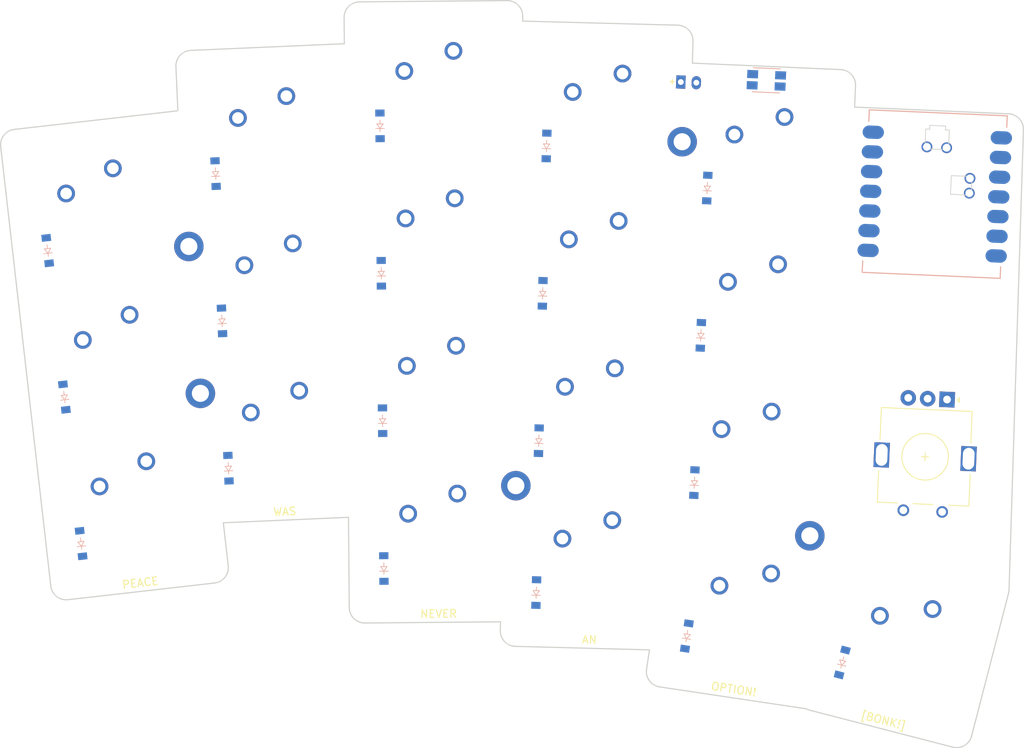
<source format=kicad_pcb>
(kicad_pcb (version 20221018) (generator pcbnew)
  (title_block (title "goose") (rev "v1.0.0") (company "Unknown"))
  (layers (0 "F.Cu" signal) (31 "B.Cu" signal) (34 "B.Paste" user) (35 "F.Paste" user) (36 "B.SilkS" user "B.Silkscreen") (37 "F.SilkS" user "F.Silkscreen") (38 "B.Mask" user) (39 "F.Mask" user) (44 "Edge.Cuts" user))
  (net 0 "")
  (net 1 "C0")
  (net 2 "C0_R2")
  (net 3 "C0_R1")
  (net 4 "C0_R0")
  (net 5 "C1")
  (net 6 "C1_R2")
  (net 7 "C1_R1")
  (net 8 "C1_R0")
  (net 9 "C2")
  (net 10 "C2_R2")
  (net 11 "C2_R1")
  (net 12 "C2_R0")
  (net 13 "C3")
  (net 14 "C3_R2")
  (net 15 "C3_R1")
  (net 16 "C3_R0")
  (net 17 "C4")
  (net 18 "C4_R2")
  (net 19 "C4_R1")
  (net 20 "C4_R0")
  (net 21 "C1_R3")
  (net 22 "C2_R3")
  (net 23 "C3_R3")
  (net 24 "C4_R3")
  (net 25 "R2")
  (net 26 "R1")
  (net 27 "R0")
  (net 28 "R3")
  (net 29 "P0")
  (net 30 "P1")
  (net 31 "P2")
  (net 32 "P3")
  (net 33 "P4")
  (net 34 "P5")
  (net 35 "P6")
  (net 36 "P7")
  (net 37 "P8")
  (net 38 "P9")
  (net 39 "P10")
  (net 40 "RAW3V3")
  (net 41 "GND")
  (net 42 "RAW5V")
  (net 43 "BAT+")
  (net 44 "BAT-")
  (net 45 "RST")
  (footprint "rotary_encoder" (layer "F.Cu") (at 282.063697 159.408571 -92.5)
    (fp_text reference "ROT1" hide)
    (fp_text value "")
    (fp_line (start -7.92 -4.14) (end -7.32 -4.14) (stroke (width 0.12)) (layer "F.SilkS"))
    (fp_line (start -7.62 -3.84) (end -7.92 -4.14) (stroke (width 0.12)) (layer "F.SilkS"))
    (fp_line (start -7.32 -4.14) (end -7.62 -3.84) (stroke (width 0.12)) (layer "F.SilkS"))
    (fp_line (start -6.22 -5.84) (end -6.22 5.86) (stroke (width 0.12)) (layer "F.SilkS"))
    (fp_line (start -2.12 -5.84) (end -6.22 -5.84) (stroke (width 0.12)) (layer "F.SilkS"))
    (fp_line (start -2.12 5.86) (end -6.22 5.86) (stroke (width 0.12)) (layer "F.SilkS"))
    (fp_line (start -0.62 -0.04) (end 0.38 -0.04) (stroke (width 0.12)) (layer "F.SilkS"))
    (fp_line (start -0.12 -0.54) (end -0.12 0.46) (stroke (width 0.12)) (layer "F.SilkS"))
    (fp_line (start 1.88 -5.94) (end 5.98 -5.94) (stroke (width 0.12)) (layer "F.SilkS"))
    (fp_line (start 5.98 -5.94) (end 5.98 -3.34) (stroke (width 0.12)) (layer "F.SilkS"))
    (fp_line (start 5.98 -1.34) (end 5.98 1.26) (stroke (width 0.12)) (layer "F.SilkS"))
    (fp_line (start 5.98 3.26) (end 5.98 5.86) (stroke (width 0.12)) (layer "F.SilkS"))
    (fp_line (start 5.98 5.86) (end 1.88 5.86) (stroke (width 0.12)) (layer "F.SilkS"))
    (fp_circle (center -0.12 -0.04) (end 2.88 -0.04) (stroke (width 0.12)) (fill none) (layer "F.SilkS"))
    (pad "" thru_hole rect (at -0.12 -5.64 267.5) (size 3.2 2) (drill oval 2.8 1.5) (layers "*.Cu" "*.Mask"))
    (pad "" thru_hole rect (at -0.12 5.56 267.5) (size 3.2 2) (drill oval 2.8 1.5) (layers "*.Cu" "*.Mask"))
    (pad "1" thru_hole circle (at 6.88 -2.54) (size 1.5 1.5) (drill 1) (layers "*.Cu" "*.Mask"))
    (pad "2" thru_hole circle (at 6.88 2.46) (size 1.5 1.5) (drill 1) (layers "*.Cu" "*.Mask"))
    (pad "A" thru_hole rect (at -7.62 -2.54 267.5) (size 2 2) (drill 1) (layers "*.Cu" "*.Mask") (net 38 "P9"))
    (pad "B" thru_hole circle (at -7.62 2.46) (size 2 2) (drill 1) (layers "*.Cu" "*.Mask") (net 39 "P10"))
    (pad "C" thru_hole circle (at -7.62 -0.04) (size 2 2) (drill 1) (layers "*.Cu" "*.Mask") (net 41 "GND"))
  )
  (footprint "mounting_hole" (layer "F.Cu") (at 187.286472 132.182973 4.5)
    (fp_text reference "H1" hide)
    (fp_text value "" (at 0 0 4.5) (layer "F.SilkS") (effects (font (size 1.27 1.27))))
    (pad "" thru_hole circle (at 0 0 180) (size 3.8 3.8) (drill 2.2) (layers "*.Cu" "*.Mask"))
  )
  (footprint "MX" (layer "F.Cu") (at 240.46766 114.911787 -1.5)
    (fp_text reference "S12" hide)
    (fp_text value "" hide)
    (pad "" np_thru_hole circle (at -5.08 0) (size 1.7018 1.7018) (drill 1.7018) (layers "*.Cu" "*.Mask"))
    (pad "" np_thru_hole circle (at 0 0) (size 3.9878 3.9878) (drill 3.9878) (layers "*.Cu" "*.Mask"))
    (pad "" np_thru_hole circle (at 5.08 0) (size 1.7018 1.7018) (drill 1.7018) (layers "*.Cu" "*.Mask"))
    (pad "1" thru_hole circle (at 2.54 -5.08) (size 2.286 2.286) (drill 1.4986) (layers "*.Cu" "*.Mask") (net 13 "C3"))
    (pad "2" thru_hole circle (at -3.81 -2.54) (size 2.286 2.286) (drill 1.4986) (layers "*.Cu" "*.Mask") (net 16 "C3_R0"))
  )
  (footprint "sw_reset_side" (layer "F.Cu") (at 261.665756 110.772534 87.5)
    (fp_text reference "SW1" hide)
    (fp_text value "" (at 0 0 87.5) (layer "F.SilkS") (effects (font (size 1.27 1.27))))
    (fp_line (start -1.55 -1.75) (end -1.55 1.75) (stroke (width 0.12)) (layer "B.SilkS"))
    (fp_line (start 1.55 1.75) (end 1.55 -1.75) (stroke (width 0.12)) (layer "B.SilkS"))
    (pad "1" smd rect (at -0.72 -1.8 357.5) (size 1.4 1.05) (layers "B.Cu" "B.Paste" "B.Mask") (net 41 "GND"))
    (pad "1" smd rect (at -0.72 1.8 357.5) (size 1.4 1.05) (layers "B.Cu" "B.Paste" "B.Mask") (net 41 "GND"))
    (pad "2" smd rect (at 0.72 -1.8 357.5) (size 1.4 1.05) (layers "B.Cu" "B.Paste" "B.Mask") (net 45 "RST"))
    (pad "2" smd rect (at 0.72 1.8 357.5) (size 1.4 1.05) (layers "B.Cu" "B.Paste" "B.Mask") (net 45 "RST"))
  )
  (footprint "MX" (layer "F.Cu") (at 177.706629 146.323628 6.5)
    (fp_text reference "S2" hide)
    (fp_text value "" hide)
    (pad "" np_thru_hole circle (at -5.08 0) (size 1.7018 1.7018) (drill 1.7018) (layers "*.Cu" "*.Mask"))
    (pad "" np_thru_hole circle (at 0 0) (size 3.9878 3.9878) (drill 3.9878) (layers "*.Cu" "*.Mask"))
    (pad "" np_thru_hole circle (at 5.08 0) (size 1.7018 1.7018) (drill 1.7018) (layers "*.Cu" "*.Mask"))
    (pad "1" thru_hole circle (at 2.54 -5.08) (size 2.286 2.286) (drill 1.4986) (layers "*.Cu" "*.Mask") (net 1 "C0"))
    (pad "2" thru_hole circle (at -3.81 -2.54) (size 2.286 2.286) (drill 1.4986) (layers "*.Cu" "*.Mask") (net 3 "C0_R1"))
  )
  (footprint "MX" (layer "F.Cu") (at 175.555768 127.445763 6.5)
    (fp_text reference "S3" hide)
    (fp_text value "" hide)
    (pad "" np_thru_hole circle (at -5.08 0) (size 1.7018 1.7018) (drill 1.7018) (layers "*.Cu" "*.Mask"))
    (pad "" np_thru_hole circle (at 0 0) (size 3.9878 3.9878) (drill 3.9878) (layers "*.Cu" "*.Mask"))
    (pad "" np_thru_hole circle (at 5.08 0) (size 1.7018 1.7018) (drill 1.7018) (layers "*.Cu" "*.Mask"))
    (pad "1" thru_hole circle (at 2.54 -5.08) (size 2.286 2.286) (drill 1.4986) (layers "*.Cu" "*.Mask") (net 1 "C0"))
    (pad "2" thru_hole circle (at -3.81 -2.54) (size 2.286 2.286) (drill 1.4986) (layers "*.Cu" "*.Mask") (net 4 "C0_R0"))
  )
  (footprint "MX" (layer "F.Cu") (at 199.184897 155.954125 2.5)
    (fp_text reference "S4" hide)
    (fp_text value "" hide)
    (pad "" np_thru_hole circle (at -5.08 0) (size 1.7018 1.7018) (drill 1.7018) (layers "*.Cu" "*.Mask"))
    (pad "" np_thru_hole circle (at 0 0) (size 3.9878 3.9878) (drill 3.9878) (layers "*.Cu" "*.Mask"))
    (pad "" np_thru_hole circle (at 5.08 0) (size 1.7018 1.7018) (drill 1.7018) (layers "*.Cu" "*.Mask"))
    (pad "1" thru_hole circle (at 2.54 -5.08) (size 2.286 2.286) (drill 1.4986) (layers "*.Cu" "*.Mask") (net 5 "C1"))
    (pad "2" thru_hole circle (at -3.81 -2.54) (size 2.286 2.286) (drill 1.4986) (layers "*.Cu" "*.Mask") (net 6 "C1_R2"))
  )
  (footprint "MX" (layer "F.Cu") (at 259.012448 178.973521 -8.5)
    (fp_text reference "S18" hide)
    (fp_text value "" hide)
    (pad "" np_thru_hole circle (at -5.08 0) (size 1.7018 1.7018) (drill 1.7018) (layers "*.Cu" "*.Mask"))
    (pad "" np_thru_hole circle (at 0 0) (size 3.9878 3.9878) (drill 3.9878) (layers "*.Cu" "*.Mask"))
    (pad "" np_thru_hole circle (at 5.08 0) (size 1.7018 1.7018) (drill 1.7018) (layers "*.Cu" "*.Mask"))
    (pad "1" thru_hole circle (at 2.54 -5.08) (size 2.286 2.286) (drill 1.4986) (layers "*.Cu" "*.Mask") (net 13 "C3"))
    (pad "2" thru_hole circle (at -3.81 -2.54) (size 2.286 2.286) (drill 1.4986) (layers "*.Cu" "*.Mask") (net 23 "C3_R3"))
  )
  (footprint "MX" (layer "F.Cu") (at 218.865919 112.077038 0.5)
    (fp_text reference "S9" hide)
    (fp_text value "" hide)
    (pad "" np_thru_hole circle (at -5.08 0) (size 1.7018 1.7018) (drill 1.7018) (layers "*.Cu" "*.Mask"))
    (pad "" np_thru_hole circle (at 0 0) (size 3.9878 3.9878) (drill 3.9878) (layers "*.Cu" "*.Mask"))
    (pad "" np_thru_hole circle (at 5.08 0) (size 1.7018 1.7018) (drill 1.7018) (layers "*.Cu" "*.Mask"))
    (pad "1" thru_hole circle (at 2.54 -5.08) (size 2.286 2.286) (drill 1.4986) (layers "*.Cu" "*.Mask") (net 9 "C2"))
    (pad "2" thru_hole circle (at -3.81 -2.54) (size 2.286 2.286) (drill 1.4986) (layers "*.Cu" "*.Mask") (net 12 "C2_R0"))
  )
  (footprint "MX" (layer "F.Cu") (at 197.527361 117.990293 2.5)
    (fp_text reference "S6" hide)
    (fp_text value "" hide)
    (pad "" np_thru_hole circle (at -5.08 0) (size 1.7018 1.7018) (drill 1.7018) (layers "*.Cu" "*.Mask"))
    (pad "" np_thru_hole circle (at 0 0) (size 3.9878 3.9878) (drill 3.9878) (layers "*.Cu" "*.Mask"))
    (pad "" np_thru_hole circle (at 5.08 0) (size 1.7018 1.7018) (drill 1.7018) (layers "*.Cu" "*.Mask"))
    (pad "1" thru_hole circle (at 2.54 -5.08) (size 2.286 2.286) (drill 1.4986) (layers "*.Cu" "*.Mask") (net 5 "C1"))
    (pad "2" thru_hole circle (at -3.81 -2.54) (size 2.286 2.286) (drill 1.4986) (layers "*.Cu" "*.Mask") (net 8 "C1_R0"))
  )
  (footprint "MX" (layer "F.Cu") (at 279.340197 183.192611 -14.5)
    (fp_text reference "S19" hide)
    (fp_text value "" hide)
    (pad "" np_thru_hole circle (at -5.08 0) (size 1.7018 1.7018) (drill 1.7018) (layers "*.Cu" "*.Mask"))
    (pad "" np_thru_hole circle (at 0 0) (size 3.9878 3.9878) (drill 3.9878) (layers "*.Cu" "*.Mask"))
    (pad "" np_thru_hole circle (at 5.08 0) (size 1.7018 1.7018) (drill 1.7018) (layers "*.Cu" "*.Mask"))
    (pad "1" thru_hole circle (at 2.54 -5.08) (size 2.286 2.286) (drill 1.4986) (layers "*.Cu" "*.Mask") (net 17 "C4"))
    (pad "2" thru_hole circle (at -3.81 -2.54) (size 2.286 2.286) (drill 1.4986) (layers "*.Cu" "*.Mask") (net 24 "C4_R3"))
  )
  (footprint "BatteryPad" (layer "F.Cu") (at 251.644741 111.035674 -2.5)
    (fp_text reference "BAT1" hide)
    (fp_text value "" hide)
    (fp_line (start -2.1 -0.25) (end -2.1 0.25) (stroke (width 0.15)) (layer "F.SilkS"))
    (fp_line (start -1.85 0) (end -2.35 0) (stroke (width 0.15)) (layer "F.SilkS"))
    (pad "1" thru_hole rect (at -1 0 357.5) (size 1.2 1.7) (drill 0.75) (layers "*.Cu" "*.Mask") (net 43 "BAT+"))
    (pad "2" thru_hole oval (at 1 0 357.5) (size 1.2 1.7) (drill 0.75) (layers "*.Cu" "*.Mask") (net 41 "GND"))
  )
  (footprint "MX" (layer "F.Cu") (at 239.472936 152.898765 -1.5)
    (fp_text reference "S10" hide)
    (fp_text value "" hide)
    (pad "" np_thru_hole circle (at -5.08 0) (size 1.7018 1.7018) (drill 1.7018) (layers "*.Cu" "*.Mask"))
    (pad "" np_thru_hole circle (at 0 0) (size 3.9878 3.9878) (drill 3.9878) (layers "*.Cu" "*.Mask"))
    (pad "" np_thru_hole circle (at 5.08 0) (size 1.7018 1.7018) (drill 1.7018) (layers "*.Cu" "*.Mask"))
    (pad "1" thru_hole circle (at 2.54 -5.08) (size 2.286 2.286) (drill 1.4986) (layers "*.Cu" "*.Mask") (net 13 "C3"))
    (pad "2" thru_hole circle (at -3.81 -2.54) (size 2.286 2.286) (drill 1.4986) (layers "*.Cu" "*.Mask") (net 14 "C3_R2"))
  )
  (footprint "mounting_hole" (layer "F.Cu") (at 250.820254 118.686935 -2)
    (fp_text reference "H3" hide)
    (fp_text value "" (at 0 0 -2) (layer "F.SilkS") (effects (font (size 1.27 1.27))))
    (pad "" thru_hole circle (at 0 0 180) (size 3.8 3.8) (drill 2.2) (layers "*.Cu" "*.Mask"))
  )
  (footprint "MX" (layer "F.Cu") (at 259.585111 158.427135 -2.5)
    (fp_text reference "S13" hide)
    (fp_text value "" hide)
    (pad "" np_thru_hole circle (at -5.08 0) (size 1.7018 1.7018) (drill 1.7018) (layers "*.Cu" "*.Mask"))
    (pad "" np_thru_hole circle (at 0 0) (size 3.9878 3.9878) (drill 3.9878) (layers "*.Cu" "*.Mask"))
    (pad "" np_thru_hole circle (at 5.08 0) (size 1.7018 1.7018) (drill 1.7018) (layers "*.Cu" "*.Mask"))
    (pad "1" thru_hole circle (at 2.54 -5.08) (size 2.286 2.286) (drill 1.4986) (layers "*.Cu" "*.Mask") (net 17 "C4"))
    (pad "2" thru_hole circle (at -3.81 -2.54) (size 2.286 2.286) (drill 1.4986) (layers "*.Cu" "*.Mask") (net 18 "C4_R2"))
  )
  (footprint "MX" (layer "F.Cu") (at 198.356129 136.972209 2.5)
    (fp_text reference "S5" hide)
    (fp_text value "" hide)
    (pad "" np_thru_hole circle (at -5.08 0) (size 1.7018 1.7018) (drill 1.7018) (layers "*.Cu" "*.Mask"))
    (pad "" np_thru_hole circle (at 0 0) (size 3.9878 3.9878) (drill 3.9878) (layers "*.Cu" "*.Mask"))
    (pad "" np_thru_hole circle (at 5.08 0) (size 1.7018 1.7018) (drill 1.7018) (layers "*.Cu" "*.Mask"))
    (pad "1" thru_hole circle (at 2.54 -5.08) (size 2.286 2.286) (drill 1.4986) (layers "*.Cu" "*.Mask") (net 5 "C1"))
    (pad "2" thru_hole circle (at -3.81 -2.54) (size 2.286 2.286) (drill 1.4986) (layers "*.Cu" "*.Mask") (net 7 "C1_R1"))
  )
  (footprint "MX" (layer "F.Cu") (at 219.031723 131.076315 0.5)
    (fp_text reference "S8" hide)
    (fp_text value "" hide)
    (pad "" np_thru_hole circle (at -5.08 0) (size 1.7018 1.7018) (drill 1.7018) (layers "*.Cu" "*.Mask"))
    (pad "" np_thru_hole circle (at 0 0) (size 3.9878 3.9878) (drill 3.9878) (layers "*.Cu" "*.Mask"))
    (pad "" np_thru_hole circle (at 5.08 0) (size 1.7018 1.7018) (drill 1.7018) (layers "*.Cu" "*.Mask"))
    (pad "1" thru_hole circle (at 2.54 -5.08) (size 2.286 2.286) (drill 1.4986) (layers "*.Cu" "*.Mask") (net 9 "C2"))
    (pad "2" thru_hole circle (at -3.81 -2.54) (size 2.286 2.286) (drill 1.4986) (layers "*.Cu" "*.Mask") (net 11 "C2_R1"))
  )
  (footprint "MX" (layer "F.Cu") (at 179.85749 165.201493 6.5)
    (fp_text reference "S1" hide)
    (fp_text value "" hide)
    (pad "" np_thru_hole circle (at -5.08 0) (size 1.7018 1.7018) (drill 1.7018) (layers "*.Cu" "*.Mask"))
    (pad "" np_thru_hole circle (at 0 0) (size 3.9878 3.9878) (drill 3.9878) (layers "*.Cu" "*.Mask"))
    (pad "" np_thru_hole circle (at 5.08 0) (size 1.7018 1.7018) (drill 1.7018) (layers "*.Cu" "*.Mask"))
    (pad "1" thru_hole circle (at 2.54 -5.08) (size 2.286 2.286) (drill 1.4986) (layers "*.Cu" "*.Mask") (net 1 "C0"))
    (pad "2" thru_hole circle (at -3.81 -2.54) (size 2.286 2.286) (drill 1.4986) (layers "*.Cu" "*.Mask") (net 2 "C0_R2"))
  )
  (footprint "MX" (layer "F.Cu") (at 239.143406 172.469835 -1.5)
    (fp_text reference "S17" hide)
    (fp_text value "" hide)
    (pad "" np_thru_hole circle (at -5.08 0) (size 1.7018 1.7018) (drill 1.7018) (layers "*.Cu" "*.Mask"))
    (pad "" np_thru_hole circle (at 0 0) (size 3.9878 3.9878) (drill 3.9878) (layers "*.Cu" "*.Mask"))
    (pad "" np_thru_hole circle (at 5.08 0) (size 1.7018 1.7018) (drill 1.7018) (layers "*.Cu" "*.Mask"))
    (pad "1" thru_hole circle (at 2.54 -5.08) (size 2.286 2.286) (drill 1.4986) (layers "*.Cu" "*.Mask") (net 9 "C2"))
    (pad "2" thru_hole circle (at -3.81 -2.54) (size 2.286 2.286) (drill 1.4986) (layers "*.Cu" "*.Mask") (net 22 "C2_R3"))
  )
  (footprint "mounting_hole" (layer "F.Cu") (at 188.776286 151.112864 4.5)
    (fp_text reference "H2" hide)
    (fp_text value "" (at 0 0 4.5) (layer "F.SilkS") (effects (font (size 1.27 1.27))))
    (pad "" thru_hole circle (at 0 0 180) (size 3.8 3.8) (drill 2.2) (layers "*.Cu" "*.Mask"))
  )
  (footprint "MX" (layer "F.Cu") (at 239.970298 133.905276 -1.5)
    (fp_text reference "S11" hide)
    (fp_text value "" hide)
    (pad "" np_thru_hole circle (at -5.08 0) (size 1.7018 1.7018) (drill 1.7018) (layers "*.Cu" "*.Mask"))
    (pad "" np_thru_hole circle (at 0 0) (size 3.9878 3.9878) (drill 3.9878) (layers "*.Cu" "*.Mask"))
    (pad "" np_thru_hole circle (at 5.08 0) (size 1.7018 1.7018) (drill 1.7018) (layers "*.Cu" "*.Mask"))
    (pad "1" thru_hole circle (at 2.54 -5.08) (size 2.286 2.286) (drill 1.4986) (layers "*.Cu" "*.Mask") (net 13 "C3"))
    (pad "2" thru_hole circle (at -3.81 -2.54) (size 2.286 2.286) (drill 1.4986) (layers "*.Cu" "*.Mask") (net 15 "C3_R1"))
  )
  (footprint "mounting_hole" (layer "F.Cu") (at 229.400898 163.011739 -0.5)
    (fp_text reference "H4" hide)
    (fp_text value "" (at 0 0 -0.5) (layer "F.SilkS") (effects (font (size 1.27 1.27))))
    (pad "" thru_hole circle (at 0 0 180) (size 3.8 3.8) (drill 2.2) (layers "*.Cu" "*.Mask"))
  )
  (footprint "MX" (layer "F.Cu") (at 260.41388 139.445218 -2.5)
    (fp_text reference "S14" hide)
    (fp_text value "" hide)
    (pad "" np_thru_hole circle (at -5.08 0) (size 1.7018 1.7018) (drill 1.7018) (layers "*.Cu" "*.Mask"))
    (pad "" np_thru_hole circle (at 0 0) (size 3.9878 3.9878) (drill 3.9878) (layers "*.Cu" "*.Mask"))
    (pad "" np_thru_hole circle (at 5.08 0) (size 1.7018 1.7018) (drill 1.7018) (layers "*.Cu" "*.Mask"))
    (pad "1" thru_hole circle (at 2.54 -5.08) (size 2.286 2.286) (drill 1.4986) (layers "*.Cu" "*.Mask") (net 17 "C4"))
    (pad "2" thru_hole circle (at -3.81 -2.54) (size 2.286 2.286) (drill 1.4986) (layers "*.Cu" "*.Mask") (net 19 "C4_R1"))
  )
  (footprint "MX" (layer "F.Cu") (at 219.363768 169.124866 0.5)
    (fp_text reference "S16" hide)
    (fp_text value "" hide)
    (pad "" np_thru_hole circle (at -5.08 0) (size 1.7018 1.7018) (drill 1.7018) (layers "*.Cu" "*.Mask"))
    (pad "" np_thru_hole circle (at 0 0) (size 3.9878 3.9878) (drill 3.9878) (layers "*.Cu" "*.Mask"))
    (pad "" np_thru_hole circle (at 5.08 0) (size 1.7018 1.7018) (drill 1.7018) (layers "*.Cu" "*.Mask"))
    (pad "1" thru_hole circle (at 2.54 -5.08) (size 2.286 2.286) (drill 1.4986) (layers "*.Cu" "*.Mask") (net 5 "C1"))
    (pad "2" thru_hole circle (at -3.81 -2.54) (size 2.286 2.286) (drill 1.4986) (layers "*.Cu" "*.Mask") (net 21 "C1_R3"))
  )
  (footprint "MX" (layer "F.Cu") (at 219.197527 150.075591 0.5)
    (fp_text reference "S7" hide)
    (fp_text value "" hide)
    (pad "" np_thru_hole circle (at -5.08 0) (size 1.7018 1.7018) (drill 1.7018) (layers "*.Cu" "*.Mask"))
    (pad "" np_thru_hole circle (at 0 0) (size 3.9878 3.9878) (drill 3.9878) (layers "*.Cu" "*.Mask"))
    (pad "" np_thru_hole circle (at 5.08 0) (size 1.7018 1.7018) (drill 1.7018) (layers "*.Cu" "*.Mask"))
    (pad "1" thru_hole circle (at 2.54 -5.08) (size 2.286 2.286) (drill 1.4986) (layers "*.Cu" "*.Mask") (net 9 "C2"))
    (pad "2" thru_hole circle (at -3.81 -2.54) (size 2.286 2.286) (drill 1.4986) (layers "*.Cu" "*.Mask") (net 10 "C2_R2"))
  )
  (footprint "mounting_hole" (layer "F.Cu") (at 267.261949 169.467094 -5.5)
    (fp_text reference "H5" hide)
    (fp_text value "" (at 0 0 -5.5) (layer "F.SilkS") (effects (font (size 1.27 1.27))))
    (pad "" thru_hole circle (at 0 0 180) (size 3.8 3.8) (drill 2.2) (layers "*.Cu" "*.Mask"))
  )
  (footprint "MX" (layer "F.Cu") (at 261.242648 120.463302 -2.5)
    (fp_text reference "S15" hide)
    (fp_text value "" hide)
    (pad "" np_thru_hole circle (at -5.08 0) (size 1.7018 1.7018) (drill 1.7018) (layers "*.Cu" "*.Mask"))
    (pad "" np_thru_hole circle (at 0 0) (size 3.9878 3.9878) (drill 3.9878) (layers "*.Cu" "*.Mask"))
    (pad "" np_thru_hole circle (at 5.08 0) (size 1.7018 1.7018) (drill 1.7018) (layers "*.Cu" "*.Mask"))
    (pad "1" thru_hole circle (at 2.54 -5.08) (size 2.286 2.286) (drill 1.4986) (layers "*.Cu" "*.Mask") (net 17 "C4"))
    (pad "2" thru_hole circle (at -3.81 -2.54) (size 2.286 2.286) (drill 1.4986) (layers "*.Cu" "*.Mask") (net 20 "C4_R0"))
  )
  (footprint "Diode_SMD:D_SOD-123" (layer "B.Cu") (at 211.905455 116.637953 90.5)
    (fp_text reference "D9" hide)
    (fp_text value "" hide)
    (fp_line (start -0.75 0) (end -0.35 0) (stroke (width 0.1)) (layer "B.SilkS"))
    (fp_line (start -0.35 0) (end -0.35 -0.55) (stroke (width 0.1)) (layer "B.SilkS"))
    (fp_line (start -0.35 0) (end -0.35 0.55) (stroke (width 0.1)) (layer "B.SilkS"))
    (fp_line (start -0.35 0) (end 0.25 -0.4) (stroke (width 0.1)) (layer "B.SilkS"))
    (fp_line (start 0.25 -0.4) (end 0.25 0.4) (stroke (width 0.1)) (layer "B.SilkS"))
    (fp_line (start 0.25 0) (end 0.75 0) (stroke (width 0.1)) (layer "B.SilkS"))
    (fp_line (start 0.25 0.4) (end -0.35 0) (stroke (width 0.1)) (layer "B.SilkS"))
    (pad "1" smd rect (at -1.65 0 90.5) (size 0.9 1.2) (layers "B.Cu" "B.Paste" "B.Mask") (net 27 "R0"))
    (pad "2" smd rect (at 1.65 0 90.5) (size 0.9 1.2) (layers "B.Cu" "B.Paste" "B.Mask") (net 12 "C2_R0"))
  )
  (footprint "Diode_SMD:D_SOD-123" (layer "B.Cu") (at 212.237063 154.636506 90.5)
    (fp_text reference "D7" hide)
    (fp_text value "" hide)
    (fp_line (start -0.75 0) (end -0.35 0) (stroke (width 0.1)) (layer "B.SilkS"))
    (fp_line (start -0.35 0) (end -0.35 -0.55) (stroke (width 0.1)) (layer "B.SilkS"))
    (fp_line (start -0.35 0) (end -0.35 0.55) (stroke (width 0.1)) (layer "B.SilkS"))
    (fp_line (start -0.35 0) (end 0.25 -0.4) (stroke (width 0.1)) (layer "B.SilkS"))
    (fp_line (start 0.25 -0.4) (end 0.25 0.4) (stroke (width 0.1)) (layer "B.SilkS"))
    (fp_line (start 0.25 0) (end 0.75 0) (stroke (width 0.1)) (layer "B.SilkS"))
    (fp_line (start 0.25 0.4) (end -0.35 0) (stroke (width 0.1)) (layer "B.SilkS"))
    (pad "1" smd rect (at -1.65 0 90.5) (size 0.9 1.2) (layers "B.Cu" "B.Paste" "B.Mask") (net 25 "R2"))
    (pad "2" smd rect (at 1.65 0 90.5) (size 0.9 1.2) (layers "B.Cu" "B.Paste" "B.Mask") (net 10 "C2_R2"))
  )
  (footprint "Diode_SMD:D_SOD-123" (layer "B.Cu") (at 232.028009 176.785055 88.5)
    (fp_text reference "D17" hide)
    (fp_text value "" hide)
    (fp_line (start -0.75 0) (end -0.35 0) (stroke (width 0.1)) (layer "B.SilkS"))
    (fp_line (start -0.35 0) (end -0.35 -0.55) (stroke (width 0.1)) (layer "B.SilkS"))
    (fp_line (start -0.35 0) (end -0.35 0.55) (stroke (width 0.1)) (layer "B.SilkS"))
    (fp_line (start -0.35 0) (end 0.25 -0.4) (stroke (width 0.1)) (layer "B.SilkS"))
    (fp_line (start 0.25 -0.4) (end 0.25 0.4) (stroke (width 0.1)) (layer "B.SilkS"))
    (fp_line (start 0.25 0) (end 0.75 0) (stroke (width 0.1)) (layer "B.SilkS"))
    (fp_line (start 0.25 0.4) (end -0.35 0) (stroke (width 0.1)) (layer "B.SilkS"))
    (pad "1" smd rect (at -1.65 0 88.5) (size 0.9 1.2) (layers "B.Cu" "B.Paste" "B.Mask") (net 28 "R3"))
    (pad "2" smd rect (at 1.65 0 88.5) (size 0.9 1.2) (layers "B.Cu" "B.Paste" "B.Mask") (net 22 "C2_R3"))
  )
  (footprint "Diode_SMD:D_SOD-123" (layer "B.Cu") (at 171.26104 151.587124 96.5)
    (fp_text reference "D2" hide)
    (fp_text value "" hide)
    (fp_line (start -0.75 0) (end -0.35 0) (stroke (width 0.1)) (layer "B.SilkS"))
    (fp_line (start -0.35 0) (end -0.35 -0.55) (stroke (width 0.1)) (layer "B.SilkS"))
    (fp_line (start -0.35 0) (end -0.35 0.55) (stroke (width 0.1)) (layer "B.SilkS"))
    (fp_line (start -0.35 0) (end 0.25 -0.4) (stroke (width 0.1)) (layer "B.SilkS"))
    (fp_line (start 0.25 -0.4) (end 0.25 0.4) (stroke (width 0.1)) (layer "B.SilkS"))
    (fp_line (start 0.25 0) (end 0.75 0) (stroke (width 0.1)) (layer "B.SilkS"))
    (fp_line (start 0.25 0.4) (end -0.35 0) (stroke (width 0.1)) (layer "B.SilkS"))
    (pad "1" smd rect (at -1.65 0 96.5) (size 0.9 1.2) (layers "B.Cu" "B.Paste" "B.Mask") (net 26 "R1"))
    (pad "2" smd rect (at 1.65 0 96.5) (size 0.9 1.2) (layers "B.Cu" "B.Paste" "B.Mask") (net 3 "C0_R1"))
  )
  (footprint "Diode_SMD:D_SOD-123" (layer "B.Cu") (at 212.071259 135.637229 90.5)
    (fp_text reference "D8" hide)
    (fp_text value "" hide)
    (fp_line (start -0.75 0) (end -0.35 0) (stroke (width 0.1)) (layer "B.SilkS"))
    (fp_line (start -0.35 0) (end -0.35 -0.55) (stroke (width 0.1)) (layer "B.SilkS"))
    (fp_line (start -0.35 0) (end -0.35 0.55) (stroke (width 0.1)) (layer "B.SilkS"))
    (fp_line (start -0.35 0) (end 0.25 -0.4) (stroke (width 0.1)) (layer "B.SilkS"))
    (fp_line (start 0.25 -0.4) (end 0.25 0.4) (stroke (width 0.1)) (layer "B.SilkS"))
    (fp_line (start 0.25 0) (end 0.75 0) (stroke (width 0.1)) (layer "B.SilkS"))
    (fp_line (start 0.25 0.4) (end -0.35 0) (stroke (width 0.1)) (layer "B.SilkS"))
    (pad "1" smd rect (at -1.65 0 90.5) (size 0.9 1.2) (layers "B.Cu" "B.Paste" "B.Mask") (net 26 "R1"))
    (pad "2" smd rect (at 1.65 0 90.5) (size 0.9 1.2) (layers "B.Cu" "B.Paste" "B.Mask") (net 11 "C2_R1"))
  )
  (footprint "Diode_SMD:D_SOD-123" (layer "B.Cu") (at 232.357538 157.213984 88.5)
    (fp_text reference "D10" hide)
    (fp_text value "" hide)
    (fp_line (start -0.75 0) (end -0.35 0) (stroke (width 0.1)) (layer "B.SilkS"))
    (fp_line (start -0.35 0) (end -0.35 -0.55) (stroke (width 0.1)) (layer "B.SilkS"))
    (fp_line (start -0.35 0) (end -0.35 0.55) (stroke (width 0.1)) (layer "B.SilkS"))
    (fp_line (start -0.35 0) (end 0.25 -0.4) (stroke (width 0.1)) (layer "B.SilkS"))
    (fp_line (start 0.25 -0.4) (end 0.25 0.4) (stroke (width 0.1)) (layer "B.SilkS"))
    (fp_line (start 0.25 0) (end 0.75 0) (stroke (width 0.1)) (layer "B.SilkS"))
    (fp_line (start 0.25 0.4) (end -0.35 0) (stroke (width 0.1)) (layer "B.SilkS"))
    (pad "1" smd rect (at -1.65 0 88.5) (size 0.9 1.2) (layers "B.Cu" "B.Paste" "B.Mask") (net 25 "R2"))
    (pad "2" smd rect (at 1.65 0 88.5) (size 0.9 1.2) (layers "B.Cu" "B.Paste" "B.Mask") (net 14 "C3_R2"))
  )
  (footprint "Diode_SMD:D_SOD-123" (layer "B.Cu") (at 173.411901 170.464989 96.5)
    (fp_text reference "D1" hide)
    (fp_text value "" hide)
    (fp_line (start -0.75 0) (end -0.35 0) (stroke (width 0.1)) (layer "B.SilkS"))
    (fp_line (start -0.35 0) (end -0.35 -0.55) (stroke (width 0.1)) (layer "B.SilkS"))
    (fp_line (start -0.35 0) (end -0.35 0.55) (stroke (width 0.1)) (layer "B.SilkS"))
    (fp_line (start -0.35 0) (end 0.25 -0.4) (stroke (width 0.1)) (layer "B.SilkS"))
    (fp_line (start 0.25 -0.4) (end 0.25 0.4) (stroke (width 0.1)) (layer "B.SilkS"))
    (fp_line (start 0.25 0) (end 0.75 0) (stroke (width 0.1)) (layer "B.SilkS"))
    (fp_line (start 0.25 0.4) (end -0.35 0) (stroke (width 0.1)) (layer "B.SilkS"))
    (pad "1" smd rect (at -1.65 0 96.5) (size 0.9 1.2) (layers "B.Cu" "B.Paste" "B.Mask") (net 25 "R2"))
    (pad "2" smd rect (at 1.65 0 96.5) (size 0.9 1.2) (layers "B.Cu" "B.Paste" "B.Mask") (net 2 "C0_R2"))
  )
  (footprint "Diode_SMD:D_SOD-123" (layer "B.Cu") (at 253.224255 143.6356 87.5)
    (fp_text reference "D14" hide)
    (fp_text value "" hide)
    (fp_line (start -0.75 0) (end -0.35 0) (stroke (width 0.1)) (layer "B.SilkS"))
    (fp_line (start -0.35 0) (end -0.35 -0.55) (stroke (width 0.1)) (layer "B.SilkS"))
    (fp_line (start -0.35 0) (end -0.35 0.55) (stroke (width 0.1)) (layer "B.SilkS"))
    (fp_line (start -0.35 0) (end 0.25 -0.4) (stroke (width 0.1)) (layer "B.SilkS"))
    (fp_line (start 0.25 -0.4) (end 0.25 0.4) (stroke (width 0.1)) (layer "B.SilkS"))
    (fp_line (start 0.25 0) (end 0.75 0) (stroke (width 0.1)) (layer "B.SilkS"))
    (fp_line (start 0.25 0.4) (end -0.35 0) (stroke (width 0.1)) (layer "B.SilkS"))
    (pad "1" smd rect (at -1.65 0 87.5) (size 0.9 1.2) (layers "B.Cu" "B.Paste" "B.Mask") (net 26 "R1"))
    (pad "2" smd rect (at 1.65 0 87.5) (size 0.9 1.2) (layers "B.Cu" "B.Paste" "B.Mask") (net 19 "C4_R1"))
  )
  (footprint "Diode_SMD:D_SOD-123" (layer "B.Cu") (at 233.352262 119.227006 88.5)
    (fp_text reference "D12" hide)
    (fp_text value "" hide)
    (fp_line (start -0.75 0) (end -0.35 0) (stroke (width 0.1)) (layer "B.SilkS"))
    (fp_line (start -0.35 0) (end -0.35 -0.55) (stroke (width 0.1)) (layer "B.SilkS"))
    (fp_line (start -0.35 0) (end -0.35 0.55) (stroke (width 0.1)) (layer "B.SilkS"))
    (fp_line (start -0.35 0) (end 0.25 -0.4) (stroke (width 0.1)) (layer "B.SilkS"))
    (fp_line (start 0.25 -0.4) (end 0.25 0.4) (stroke (width 0.1)) (layer "B.SilkS"))
    (fp_line (start 0.25 0) (end 0.75 0) (stroke (width 0.1)) (layer "B.SilkS"))
    (fp_line (start 0.25 0.4) (end -0.35 0) (stroke (width 0.1)) (layer "B.SilkS"))
    (pad "1" smd rect (at -1.65 0 88.5) (size 0.9 1.2) (layers "B.Cu" "B.Paste" "B.Mask") (net 27 "R0"))
    (pad "2" smd rect (at 1.65 0 88.5) (size 0.9 1.2) (layers "B.Cu" "B.Paste" "B.Mask") (net 16 "C3_R0"))
  )
  (footprint "Diode_SMD:D_SOD-123" (layer "B.Cu") (at 232.8549 138.220495 88.5)
    (fp_text reference "D11" hide)
    (fp_text value "" hide)
    (fp_line (start -0.75 0) (end -0.35 0) (stroke (width 0.1)) (layer "B.SilkS"))
    (fp_line (start -0.35 0) (end -0.35 -0.55) (stroke (width 0.1)) (layer "B.SilkS"))
    (fp_line (start -0.35 0) (end -0.35 0.55) (stroke (width 0.1)) (layer "B.SilkS"))
    (fp_line (start -0.35 0) (end 0.25 -0.4) (stroke (width 0.1)) (layer "B.SilkS"))
    (fp_line (start 0.25 -0.4) (end 0.25 0.4) (stroke (width 0.1)) (layer "B.SilkS"))
    (fp_line (start 0.25 0) (end 0.75 0) (stroke (width 0.1)) (layer "B.SilkS"))
    (fp_line (start 0.25 0.4) (end -0.35 0) (stroke (width 0.1)) (layer "B.SilkS"))
    (pad "1" smd rect (at -1.65 0 88.5) (size 0.9 1.2) (layers "B.Cu" "B.Paste" "B.Mask") (net 26 "R1"))
    (pad "2" smd rect (at 1.65 0 88.5) (size 0.9 1.2) (layers "B.Cu" "B.Paste" "B.Mask") (net 15 "C3_R1"))
  )
  (footprint "Diode_SMD:D_SOD-123" (layer "B.Cu") (at 271.436454 185.796615 75.5)
    (fp_text reference "D19" hide)
    (fp_text value "" hide)
    (fp_line (start -0.75 0) (end -0.35 0) (stroke (width 0.1)) (layer "B.SilkS"))
    (fp_line (start -0.35 0) (end -0.35 -0.55) (stroke (width 0.1)) (layer "B.SilkS"))
    (fp_line (start -0.35 0) (end -0.35 0.55) (stroke (width 0.1)) (layer "B.SilkS"))
    (fp_line (start -0.35 0) (end 0.25 -0.4) (stroke (width 0.1)) (layer "B.SilkS"))
    (fp_line (start 0.25 -0.4) (end 0.25 0.4) (stroke (width 0.1)) (layer "B.SilkS"))
    (fp_line (start 0.25 0) (end 0.75 0) (stroke (width 0.1)) (layer "B.SilkS"))
    (fp_line (start 0.25 0.4) (end -0.35 0) (stroke (width 0.1)) (layer "B.SilkS"))
    (pad "1" smd rect (at -1.65 0 75.5) (size 0.9 1.2) (layers "B.Cu" "B.Paste" "B.Mask") (net 28 "R3"))
    (pad "2" smd rect (at 1.65 0 75.5) (size 0.9 1.2) (layers "B.Cu" "B.Paste" "B.Mask") (net 24 "C4_R3"))
  )
  (footprint "Diode_SMD:D_SOD-123" (layer "B.Cu") (at 192.387847 160.755178 92.5)
    (fp_text reference "D4" hide)
    (fp_text value "" hide)
    (fp_line (start -0.75 0) (end -0.35 0) (stroke (width 0.1)) (layer "B.SilkS"))
    (fp_line (start -0.35 0) (end -0.35 -0.55) (stroke (width 0.1)) (layer "B.SilkS"))
    (fp_line (start -0.35 0) (end -0.35 0.55) (stroke (width 0.1)) (layer "B.SilkS"))
    (fp_line (start -0.35 0) (end 0.25 -0.4) (stroke (width 0.1)) (layer "B.SilkS"))
    (fp_line (start 0.25 -0.4) (end 0.25 0.4) (stroke (width 0.1)) (layer "B.SilkS"))
    (fp_line (start 0.25 0) (end 0.75 0) (stroke (width 0.1)) (layer "B.SilkS"))
    (fp_line (start 0.25 0.4) (end -0.35 0) (stroke (width 0.1)) (layer "B.SilkS"))
    (pad "1" smd rect (at -1.65 0 92.5) (size 0.9 1.2) (layers "B.Cu" "B.Paste" "B.Mask") (net 25 "R2"))
    (pad "2" smd rect (at 1.65 0 92.5) (size 0.9 1.2) (layers "B.Cu" "B.Paste" "B.Mask") (net 6 "C1_R2"))
  )
  (footprint "Diode_SMD:D_SOD-123" (layer "B.Cu") (at 190.73031 122.791345 92.5)
    (fp_text reference "D6" hide)
    (fp_text value "" hide)
    (fp_line (start -0.75 0) (end -0.35 0) (stroke (width 0.1)) (layer "B.SilkS"))
    (fp_line (start -0.35 0) (end -0.35 -0.55) (stroke (width 0.1)) (layer "B.SilkS"))
    (fp_line (start -0.35 0) (end -0.35 0.55) (stroke (width 0.1)) (layer "B.SilkS"))
    (fp_line (start -0.35 0) (end 0.25 -0.4) (stroke (width 0.1)) (layer "B.SilkS"))
    (fp_line (start 0.25 -0.4) (end 0.25 0.4) (stroke (width 0.1)) (layer "B.SilkS"))
    (fp_line (start 0.25 0) (end 0.75 0) (stroke (width 0.1)) (layer "B.SilkS"))
    (fp_line (start 0.25 0.4) (end -0.35 0) (stroke (width 0.1)) (layer "B.SilkS"))
    (pad "1" smd rect (at -1.65 0 92.5) (size 0.9 1.2) (layers "B.Cu" "B.Paste" "B.Mask") (net 27 "R0"))
    (pad "2" smd rect (at 1.65 0 92.5) (size 0.9 1.2) (layers "B.Cu" "B.Paste" "B.Mask") (net 8 "C1_R0"))
  )
  (footprint "Diode_SMD:D_SOD-123" (layer "B.Cu") (at 254.053023 124.653683 87.5)
    (fp_text reference "D15" hide)
    (fp_text value "" hide)
    (fp_line (start -0.75 0) (end -0.35 0) (stroke (width 0.1)) (layer "B.SilkS"))
    (fp_line (start -0.35 0) (end -0.35 -0.55) (stroke (width 0.1)) (layer "B.SilkS"))
    (fp_line (start -0.35 0) (end -0.35 0.55) (stroke (width 0.1)) (layer "B.SilkS"))
    (fp_line (start -0.35 0) (end 0.25 -0.4) (stroke (width 0.1)) (layer "B.SilkS"))
    (fp_line (start 0.25 -0.4) (end 0.25 0.4) (stroke (width 0.1)) (layer "B.SilkS"))
    (fp_line (start 0.25 0) (end 0.75 0) (stroke (width 0.1)) (layer "B.SilkS"))
    (fp_line (start 0.25 0.4) (end -0.35 0) (stroke (width 0.1)) (layer "B.SilkS"))
    (pad "1" smd rect (at -1.65 0 87.5) (size 0.9 1.2) (layers "B.Cu" "B.Paste" "B.Mask") (net 27 "R0"))
    (pad "2" smd rect (at 1.65 0 87.5) (size 0.9 1.2) (layers "B.Cu" "B.Paste" "B.Mask") (net 20 "C4_R0"))
  )
  (footprint "Diode_SMD:D_SOD-123" (layer "B.Cu") (at 251.424195 182.389427 81.5)
    (fp_text reference "D18" hide)
    (fp_text value "" hide)
    (fp_line (start -0.75 0) (end -0.35 0) (stroke (width 0.1)) (layer "B.SilkS"))
    (fp_line (start -0.35 0) (end -0.35 -0.55) (stroke (width 0.1)) (layer "B.SilkS"))
    (fp_line (start -0.35 0) (end -0.35 0.55) (stroke (width 0.1)) (layer "B.SilkS"))
    (fp_line (start -0.35 0) (end 0.25 -0.4) (stroke (width 0.1)) (layer "B.SilkS"))
    (fp_line (start 0.25 -0.4) (end 0.25 0.4) (stroke (width 0.1)) (layer "B.SilkS"))
    (fp_line (start 0.25 0) (end 0.75 0) (stroke (width 0.1)) (layer "B.SilkS"))
    (fp_line (start 0.25 0.4) (end -0.35 0) (stroke (width 0.1)) (layer "B.SilkS"))
    (pad "1" smd rect (at -1.65 0 81.5) (size 0.9 1.2) (layers "B.Cu" "B.Paste" "B.Mask") (net 28 "R3"))
    (pad "2" smd rect (at 1.65 0 81.5) (size 0.9 1.2) (layers "B.Cu" "B.Paste" "B.Mask") (net 23 "C3_R3"))
  )
  (footprint "Diode_SMD:D_SOD-123" (layer "B.Cu") (at 252.395487 162.617516 87.5)
    (fp_text reference "D13" hide)
    (fp_text value "" hide)
    (fp_line (start -0.75 0) (end -0.35 0) (stroke (width 0.1)) (layer "B.SilkS"))
    (fp_line (start -0.35 0) (end -0.35 -0.55) (stroke (width 0.1)) (layer "B.SilkS"))
    (fp_line (start -0.35 0) (end -0.35 0.55) (stroke (width 0.1)) (layer "B.SilkS"))
    (fp_line (start -0.35 0) (end 0.25 -0.4) (stroke (width 0.1)) (layer "B.SilkS"))
    (fp_line (start 0.25 -0.4) (end 0.25 0.4) (stroke (width 0.1)) (layer "B.SilkS"))
    (fp_line (start 0.25 0) (end 0.75 0) (stroke (width 0.1)) (layer "B.SilkS"))
    (fp_line (start 0.25 0.4) (end -0.35 0) (stroke (width 0.1)) (layer "B.SilkS"))
    (pad "1" smd rect (at -1.65 0 87.5) (size 0.9 1.2) (layers "B.Cu" "B.Paste" "B.Mask") (net 25 "R2"))
    (pad "2" smd rect (at 1.65 0 87.5) (size 0.9 1.2) (layers "B.Cu" "B.Paste" "B.Mask") (net 18 "C4_R2"))
  )
  (footprint "Seeeduino XIAO nRF52840" (layer "B.Cu") (at 283.346946 125.432207 -2.5)
    (fp_text reference "_1" hide)
    (fp_text value "" hide)
    (fp_line (start -8.89 -10.48) (end -8.89 -9) (stroke (width 0.15)) (layer "B.SilkS"))
    (fp_line (start -8.89 10.48) (end -8.89 9) (stroke (width 0.15)) (layer "B.SilkS"))
    (fp_line (start -8.89 10.48) (end 8.89 10.48) (stroke (width 0.15)) (layer "B.SilkS"))
    (fp_line (start 8.89 -10.48) (end -8.89 -10.48) (stroke (width 0.15)) (layer "B.SilkS"))
    (fp_line (start 8.89 -10.48) (end 8.89 -9) (stroke (width 0.15)) (layer "B.SilkS"))
    (fp_line (start 8.89 10.48) (end 8.89 9) (stroke (width 0.15)) (layer "B.SilkS"))
    (fp_line (start -1.52 -8.322) (end -1.02 -8.322) (stroke (width 0.1)) (layer "Edge.Cuts"))
    (fp_line (start -1.52 -6.282) (end -1.52 -8.322) (stroke (width 0.1)) (layer "Edge.Cuts"))
    (fp_line (start -1.02 -8.822) (end 1.02 -8.822) (stroke (width 0.1)) (layer "Edge.Cuts"))
    (fp_line (start -1.02 -8.322) (end -1.02 -8.822) (stroke (width 0.1)) (layer "Edge.Cuts"))
    (fp_line (start -1.02 -6.282) (end -1.52 -6.282) (stroke (width 0.1)) (layer "Edge.Cuts"))
    (fp_line (start -1.02 -5.782) (end -1.02 -6.282) (stroke (width 0.1)) (layer "Edge.Cuts"))
    (fp_line (start 1.02 -8.822) (end 1.02 -8.322) (stroke (width 0.1)) (layer "Edge.Cuts"))
    (fp_line (start 1.02 -8.322) (end 1.52 -8.322) (stroke (width 0.1)) (layer "Edge.Cuts"))
    (fp_line (start 1.02 -6.282) (end 1.02 -5.782) (stroke (width 0.1)) (layer "Edge.Cuts"))
    (fp_line (start 1.02 -5.782) (end -1.02 -5.782) (stroke (width 0.1)) (layer "Edge.Cuts"))
    (fp_line (start 1.52 -8.322) (end 1.52 -6.282) (stroke (width 0.1)) (layer "Edge.Cuts"))
    (fp_line (start 1.52 -6.282) (end 1.02 -6.282) (stroke (width 0.1)) (layer "Edge.Cuts"))
    (fp_line (start 2.032 -2.472) (end 2.032 -0.067) (stroke (width 0.1)) (layer "Edge.Cuts"))
    (fp_line (start 2.032 -0.067) (end 4.195 -0.067) (stroke (width 0.1)) (layer "Edge.Cuts"))
    (fp_line (start 4.195 -2.472) (end 2.032 -2.472) (stroke (width 0.1)) (layer "Edge.Cuts"))
    (fp_line (start 4.195 -1.972) (end 4.195 -2.472) (stroke (width 0.1)) (layer "Edge.Cuts"))
    (fp_line (start 4.195 -0.567) (end 4.695 -0.567) (stroke (width 0.1)) (layer "Edge.Cuts"))
    (fp_line (start 4.195 -0.067) (end 4.195 -0.567) (stroke (width 0.1)) (layer "Edge.Cuts"))
    (fp_line (start 4.695 -1.972) (end 4.195 -1.972) (stroke (width 0.1)) (layer "Edge.Cuts"))
    (fp_line (start 4.695 -0.567) (end 4.695 -1.972) (stroke (width 0.1)) (layer "Edge.Cuts"))
    (pad "" thru_hole circle (at -1.27 -6.033) (size 1.4 1.4) (drill 1) (layers "*.Cu" "*.Mask") (net 41 "GND"))
    (pad "" thru_hole circle (at 1.27 -6.033) (size 1.4 1.4) (drill 1) (layers "*.Cu" "*.Mask") (net 45 "RST"))
    (pad "" thru_hole circle (at 4.445 -2.222) (size 1.4 1.4) (drill 1) (layers "*.Cu" "*.Mask") (net 44 "BAT-"))
    (pad "" thru_hole circle (at 4.445 -0.317) (size 1.4 1.4) (drill 1) (layers "*.Cu" "*.Mask") (net 43 "BAT+"))
    (pad "1" smd oval (at 8.255 -7.62 357.5) (size 2.75 1.7) (layers "B.Cu" "B.Paste" "B.Mask") (net 29 "P0"))
    (pad "2" smd oval (at 8.255 -5.08 357.5) (size 2.75 1.7) (layers "B.Cu" "B.Paste" "B.Mask") (net 30 "P1"))
    (pad "3" smd oval (at 8.255 -2.54 357.5) (size 2.75 1.7) (layers "B.Cu" "B.Paste" "B.Mask") (net 31 "P2"))
    (pad "4" smd oval (at 8.255 0 357.5) (size 2.75 1.7) (layers "B.Cu" "B.Paste" "B.Mask") (net 32 "P3"))
    (pad "5" smd oval (at 8.255 2.54 357.5) (size 2.75 1.7) (layers "B.Cu" "B.Paste" "B.Mask") (net 33 "P4"))
    (pad "6" smd oval (at 8.255 5.08 357.5) (size 2.75 1.7) (layers "B.Cu" "B.Paste" "B.Mask") (net 34 "P5"))
    (pad "7" smd oval (at 8.255 7.62 357.5) (size 2.75 1.7) (layers "B.Cu" "B.Paste" "B.Mask") (net 35 "P6"))
    (pad "8" smd oval (at -8.255 7.62 357.5) (size 2.75 1.7) (layers "B.Cu" "B.Paste" "B.Mask") (net 36 "P7"))
    (pad "9" smd oval (at -8.255 5.08 357.5) (size 2.75 1.7) (layers "B.Cu" "B.Paste" "B.Mask") (net 37 "P8"))
    (pad "10" smd oval (at -8.255 2.54 357.5) (size 2.75 1.7) (layers "B.Cu" "B.Paste" "B.Mask") (net 38 "P9"))
    (pad "11" smd oval (at -8.255 0 357.5) (size 2.75 1.7) (layers "B.Cu" "B.Paste" "B.Mask") (net 39 "P10"))
    (pad "12" smd oval (at -8.255 -2.54 357.5) (size 2.75 1.7) (layers "B.Cu" "B.Paste" "B.Mask") (net 40 "RAW3V3"))
    (pad "13" smd oval (at -8.255 -5.08 357.5) (size 2.75 1.7) (layers "B.Cu" "B.Paste" "B.Mask") (net 41 "GND"))
    (pad "14" smd oval (at -8.255 -7.62 357.5) (size 2.75 1.7) (layers "B.Cu" "B.Paste" "B.Mask") (net 42 "RAW5V"))
  )
  (footprint "Diode_SMD:D_SOD-123" (layer "B.Cu") (at 169.110179 132.709259 96.5)
    (fp_text reference "D3" hide)
    (fp_text value "" hide)
    (fp_line (start -0.75 0) (end -0.35 0) (stroke (width 0.1)) (layer "B.SilkS"))
    (fp_line (start -0.35 0) (end -0.35 -0.55) (stroke (width 0.1)) (layer "B.SilkS"))
    (fp_line (start -0.35 0) (end -0.35 0.55) (stroke (width 0.1)) (layer "B.SilkS"))
    (fp_line (start -0.35 0) (end 0.25 -0.4) (stroke (width 0.1)) (layer "B.SilkS"))
    (fp_line (start 0.25 -0.4) (end 0.25 0.4) (stroke (width 0.1)) (layer "B.SilkS"))
    (fp_line (start 0.25 0) (end 0.75 0) (stroke (width 0.1)) (layer "B.SilkS"))
    (fp_line (start 0.25 0.4) (end -0.35 0) (stroke (width 0.1)) (layer "B.SilkS"))
    (pad "1" smd rect (at -1.65 0 96.5) (size 0.9 1.2) (layers "B.Cu" "B.Paste" "B.Mask") (net 27 "R0"))
    (pad "2" smd rect (at 1.65 0 96.5) (size 0.9 1.2) (layers "B.Cu" "B.Paste" "B.Mask") (net 4 "C0_R0"))
  )
  (footprint "Diode_SMD:D_SOD-123" (layer "B.Cu") (at 191.559079 141.773262 92.5)
    (fp_text reference "D5" hide)
    (fp_text value "" hide)
    (fp_line (start -0.75 0) (end -0.35 0) (stroke (width 0.1)) (layer "B.SilkS"))
    (fp_line (start -0.35 0) (end -0.35 -0.55) (stroke (width 0.1)) (layer "B.SilkS"))
    (fp_line (start -0.35 0) (end -0.35 0.55) (stroke (width 0.1)) (layer "B.SilkS"))
    (fp_line (start -0.35 0) (end 0.25 -0.4) (stroke (width 0.1)) (layer "B.SilkS"))
    (fp_line (start 0.25 -0.4) (end 0.25 0.4) (stroke (width 0.1)) (layer "B.SilkS"))
    (fp_line (start 0.25 0) (end 0.75 0) (stroke (width 0.1)) (layer "B.SilkS"))
    (fp_line (start 0.25 0.4) (end -0.35 0) (stroke (width 0.1)) (layer "B.SilkS"))
    (pad "1" smd rect (at -1.65 0 92.5) (size 0.9 1.2) (layers "B.Cu" "B.Paste" "B.Mask") (net 26 "R1"))
    (pad "2" smd rect (at 1.65 0 92.5) (size 0.9 1.2) (layers "B.Cu" "B.Paste" "B.Mask") (net 7 "C1_R1"))
  )
  (footprint "Diode_SMD:D_SOD-123" (layer "B.Cu") (at 212.403303 173.68578 90.5)
    (fp_text reference "D16" hide)
    (fp_text value "" hide)
    (fp_line (start -0.75 0) (end -0.35 0) (stroke (width 0.1)) (layer "B.SilkS"))
    (fp_line (start -0.35 0) (end -0.35 -0.55) (stroke (width 0.1)) (layer "B.SilkS"))
    (fp_line (start -0.35 0) (end -0.35 0.55) (stroke (width 0.1)) (layer "B.SilkS"))
    (fp_line (start -0.35 0) (end 0.25 -0.4) (stroke (width 0.1)) (layer "B.SilkS"))
    (fp_line (start 0.25 -0.4) (end 0.25 0.4) (stroke (width 0.1)) (layer "B.SilkS"))
    (fp_line (start 0.25 0) (end 0.75 0) (stroke (width 0.1)) (layer "B.SilkS"))
    (fp_line (start 0.25 0.4) (end -0.35 0) (stroke (width 0.1)) (layer "B.SilkS"))
    (pad "1" smd rect (at -1.65 0 90.5) (size 0.9 1.2) (layers "B.Cu" "B.Paste" "B.Mask") (net 28 "R3"))
    (pad "2" smd rect (at 1.65 0 90.5) (size 0.9 1.2) (layers "B.Cu" "B.Paste" "B.Mask") (net 21 "C1_R3"))
  )
  (gr_line (start 267.263425 191.947699) (end 285.65823 196.704919) (stroke (width 0.15)) (layer "Edge.Cuts"))
  (gr_line (start 288.095285 195.269384) (end 292.852505 176.874578) (stroke (width 0.15)) (layer "Edge.Cuts"))
  (gr_arc (start 163.054261 119.308668) (mid 163.476188 117.837232) (end 164.814998 117.095117) (stroke (width 0.15)) (layer "Edge.Cuts"))
  (gr_arc (start 228.265202 100.494574) (mid 229.684474 101.067997) (end 230.282579 102.477045) (stroke (width 0.15)) (layer "Edge.Cuts"))
  (gr_arc (start 288.095285 195.269384) (mid 287.174067 196.491882) (end 285.65823 196.704919) (stroke (width 0.15)) (layer "Edge.Cuts"))
  (gr_arc (start 247.916989 188.943015) (mid 246.604894 188.154629) (end 246.234576 186.669364) (stroke (width 0.15)) (layer "Edge.Cuts"))
  (gr_line (start 230.288375 103.14129) (end 250.265439 103.664408) (stroke (width 0.15)) (layer "Edge.Cuts"))
  (gr_line (start 273.026134 114.22135) (end 273.146087 111.473967) (stroke (width 0.15)) (layer "Edge.Cuts"))
  (gr_line (start 187.53478 106.915622) (end 207.312902 106.052091) (stroke (width 0.15)) (layer "Edge.Cuts"))
  (gr_line (start 252.138064 108.554832) (end 252.2124 105.716077) (stroke (width 0.15)) (layer "Edge.Cuts"))
  (gr_line (start 191.726895 167.790704) (end 207.845545 167.086949) (stroke (width 0.15)) (layer "Edge.Cuts"))
  (gr_arc (start 185.623921 109.000957) (mid 186.147463 107.562538) (end 187.53478 106.915622) (stroke (width 0.15)) (layer "Edge.Cuts"))
  (gr_arc (start 207.283454 102.677755) (mid 207.856877 101.258483) (end 209.265925 100.660378) (stroke (width 0.15)) (layer "Edge.Cuts"))
  (gr_line (start 166.337154 148.12225) (end 166.280552 147.625464) (stroke (width 0.15)) (layer "Edge.Cuts"))
  (gr_line (start 246.608221 184.169251) (end 246.234576 186.669364) (stroke (width 0.15)) (layer "Edge.Cuts"))
  (gr_line (start 228.265202 100.494574) (end 209.265925 100.660378) (stroke (width 0.15)) (layer "Edge.Cuts"))
  (gr_line (start 227.427748 180.554931) (end 227.398666 181.665545) (stroke (width 0.15)) (layer "Edge.Cuts"))
  (gr_line (start 171.720394 177.703) (end 190.598259 175.552139) (stroke (width 0.15)) (layer "Edge.Cuts"))
  (gr_line (start 192.358997 173.338589) (end 191.726895 167.790704) (stroke (width 0.15)) (layer "Edge.Cuts"))
  (gr_line (start 229.345627 183.717214) (end 246.608221 184.169251) (stroke (width 0.15)) (layer "Edge.Cuts"))
  (gr_line (start 273.026134 114.22135) (end 292.857241 115.087194) (stroke (width 0.15)) (layer "Edge.Cuts"))
  (gr_line (start 164.814998 117.095117) (end 185.872569 114.69591) (stroke (width 0.15)) (layer "Edge.Cuts"))
  (gr_arc (start 271.235229 109.388631) (mid 272.622545 110.035547) (end 273.146087 111.473967) (stroke (width 0.15)) (layer "Edge.Cuts"))
  (gr_arc (start 266.798427 191.762777) (mid 266.753294 191.757597) (end 266.708291 191.751393) (stroke (width 0.15)) (layer "Edge.Cuts"))
  (gr_arc (start 292.915233 176.436322) (mid 292.896033 176.657191) (end 292.852505 176.874578) (stroke (width 0.15)) (layer "Edge.Cuts"))
  (gr_line (start 166.337154 148.122251) (end 169.506844 175.942263) (stroke (width 0.15)) (layer "Edge.Cuts"))
  (gr_line (start 209.964484 180.70733) (end 227.427748 180.554931) (stroke (width 0.15)) (layer "Edge.Cuts"))
  (gr_arc (start 209.964485 180.707329) (mid 208.545214 180.133907) (end 207.947108 178.72486) (stroke (width 0.15)) (layer "Edge.Cuts"))
  (gr_line (start 294.769025 117.147795) (end 292.915233 176.436322) (stroke (width 0.15)) (layer "Edge.Cuts"))
  (gr_line (start 185.623922 109.000958) (end 185.872569 114.69591) (stroke (width 0.15)) (layer "Edge.Cuts"))
  (gr_arc (start 229.345627 183.717214) (mid 227.947232 183.094608) (end 227.398666 181.665545) (stroke (width 0.15)) (layer "Edge.Cuts"))
  (gr_arc (start 267.263425 191.947699) (mid 267.02512 191.869839) (end 266.798427 191.762778) (stroke (width 0.15)) (layer "Edge.Cuts"))
  (gr_line (start 207.845545 167.086949) (end 207.947108 178.724859) (stroke (width 0.15)) (layer "Edge.Cuts"))
  (gr_arc (start 250.265439 103.664408) (mid 251.663834 104.287014) (end 252.2124 105.716077) (stroke (width 0.15)) (layer "Edge.Cuts"))
  (gr_line (start 166.280553 147.625465) (end 166.223951 147.128679) (stroke (width 0.15)) (layer "Edge.Cuts"))
  (gr_line (start 207.283454 102.677755) (end 207.312902 106.052091) (stroke (width 0.15)) (layer "Edge.Cuts"))
  (gr_line (start 247.916989 188.943014) (end 266.708291 191.751393) (stroke (width 0.15)) (layer "Edge.Cuts"))
  (gr_arc (start 192.358997 173.338589) (mid 191.937069 174.810025) (end 190.598259 175.552139) (stroke (width 0.15)) (layer "Edge.Cuts"))
  (gr_arc (start 292.857241 115.087195) (mid 294.236167 115.725012) (end 294.769025 117.147795) (stroke (width 0.15)) (layer "Edge.Cuts"))
  (gr_line (start 163.054261 119.308667) (end 166.223951 147.128679) (stroke (width 0.15)) (layer "Edge.Cuts"))
  (gr_line (start 230.288375 103.14129) (end 230.282579 102.477045) (stroke (width 0.15)) (layer "Edge.Cuts"))
  (gr_arc (start 171.720395 177.703) (mid 170.248959 177.281073) (end 169.506844 175.942263) (stroke (width 0.15)) (layer "Edge.Cuts"))
  (gr_line (start 252.138064 108.554832) (end 271.235229 109.388632) (stroke (width 0.15)) (layer "Edge.Cuts"))
  (gr_text "AN" (at 238.871166 182.866272 -1.5) (layer "F.SilkS") (effects (font (size 1 1))))
  (gr_text "PEACE" (at 181.034803 175.534641 6.5) (layer "F.SilkS") (effects (font (size 1 1))))
  (gr_text "[BONK!]" (at 276.736245 193.261346 -14.5) (layer "F.SilkS") (effects (font (size 1 1))))
  (gr_text "WAS" (at 199.638539 166.344227 2.5) (layer "F.SilkS") (effects (font (size 1 1))))
  (gr_text "NEVER" (at 219.454524 179.52447 0.5) (layer "F.SilkS") (effects (font (size 1 1))))
  (gr_text "OPTION!" (at 257.47523 189.259286 -8.5) (layer "F.SilkS") (effects (font (size 1 1))))
)
</source>
